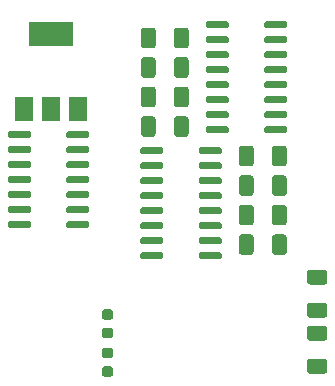
<source format=gbr>
%TF.GenerationSoftware,KiCad,Pcbnew,5.1.6*%
%TF.CreationDate,2020-06-28T23:45:08-05:00*%
%TF.ProjectId,watchKiCad,77617463-684b-4694-9361-642e6b696361,0*%
%TF.SameCoordinates,Original*%
%TF.FileFunction,Paste,Top*%
%TF.FilePolarity,Positive*%
%FSLAX46Y46*%
G04 Gerber Fmt 4.6, Leading zero omitted, Abs format (unit mm)*
G04 Created by KiCad (PCBNEW 5.1.6) date 2020-06-28 23:45:08*
%MOMM*%
%LPD*%
G01*
G04 APERTURE LIST*
%ADD10R,3.800000X2.000000*%
%ADD11R,1.500000X2.000000*%
G04 APERTURE END LIST*
%TO.C,U2*%
G36*
G01*
X128025000Y-102540000D02*
X128025000Y-102240000D01*
G75*
G02*
X128175000Y-102090000I150000J0D01*
G01*
X129825000Y-102090000D01*
G75*
G02*
X129975000Y-102240000I0J-150000D01*
G01*
X129975000Y-102540000D01*
G75*
G02*
X129825000Y-102690000I-150000J0D01*
G01*
X128175000Y-102690000D01*
G75*
G02*
X128025000Y-102540000I0J150000D01*
G01*
G37*
G36*
G01*
X128025000Y-103810000D02*
X128025000Y-103510000D01*
G75*
G02*
X128175000Y-103360000I150000J0D01*
G01*
X129825000Y-103360000D01*
G75*
G02*
X129975000Y-103510000I0J-150000D01*
G01*
X129975000Y-103810000D01*
G75*
G02*
X129825000Y-103960000I-150000J0D01*
G01*
X128175000Y-103960000D01*
G75*
G02*
X128025000Y-103810000I0J150000D01*
G01*
G37*
G36*
G01*
X128025000Y-105080000D02*
X128025000Y-104780000D01*
G75*
G02*
X128175000Y-104630000I150000J0D01*
G01*
X129825000Y-104630000D01*
G75*
G02*
X129975000Y-104780000I0J-150000D01*
G01*
X129975000Y-105080000D01*
G75*
G02*
X129825000Y-105230000I-150000J0D01*
G01*
X128175000Y-105230000D01*
G75*
G02*
X128025000Y-105080000I0J150000D01*
G01*
G37*
G36*
G01*
X128025000Y-106350000D02*
X128025000Y-106050000D01*
G75*
G02*
X128175000Y-105900000I150000J0D01*
G01*
X129825000Y-105900000D01*
G75*
G02*
X129975000Y-106050000I0J-150000D01*
G01*
X129975000Y-106350000D01*
G75*
G02*
X129825000Y-106500000I-150000J0D01*
G01*
X128175000Y-106500000D01*
G75*
G02*
X128025000Y-106350000I0J150000D01*
G01*
G37*
G36*
G01*
X128025000Y-107620000D02*
X128025000Y-107320000D01*
G75*
G02*
X128175000Y-107170000I150000J0D01*
G01*
X129825000Y-107170000D01*
G75*
G02*
X129975000Y-107320000I0J-150000D01*
G01*
X129975000Y-107620000D01*
G75*
G02*
X129825000Y-107770000I-150000J0D01*
G01*
X128175000Y-107770000D01*
G75*
G02*
X128025000Y-107620000I0J150000D01*
G01*
G37*
G36*
G01*
X128025000Y-108890000D02*
X128025000Y-108590000D01*
G75*
G02*
X128175000Y-108440000I150000J0D01*
G01*
X129825000Y-108440000D01*
G75*
G02*
X129975000Y-108590000I0J-150000D01*
G01*
X129975000Y-108890000D01*
G75*
G02*
X129825000Y-109040000I-150000J0D01*
G01*
X128175000Y-109040000D01*
G75*
G02*
X128025000Y-108890000I0J150000D01*
G01*
G37*
G36*
G01*
X128025000Y-110160000D02*
X128025000Y-109860000D01*
G75*
G02*
X128175000Y-109710000I150000J0D01*
G01*
X129825000Y-109710000D01*
G75*
G02*
X129975000Y-109860000I0J-150000D01*
G01*
X129975000Y-110160000D01*
G75*
G02*
X129825000Y-110310000I-150000J0D01*
G01*
X128175000Y-110310000D01*
G75*
G02*
X128025000Y-110160000I0J150000D01*
G01*
G37*
G36*
G01*
X132975000Y-110160000D02*
X132975000Y-109860000D01*
G75*
G02*
X133125000Y-109710000I150000J0D01*
G01*
X134775000Y-109710000D01*
G75*
G02*
X134925000Y-109860000I0J-150000D01*
G01*
X134925000Y-110160000D01*
G75*
G02*
X134775000Y-110310000I-150000J0D01*
G01*
X133125000Y-110310000D01*
G75*
G02*
X132975000Y-110160000I0J150000D01*
G01*
G37*
G36*
G01*
X132975000Y-108890000D02*
X132975000Y-108590000D01*
G75*
G02*
X133125000Y-108440000I150000J0D01*
G01*
X134775000Y-108440000D01*
G75*
G02*
X134925000Y-108590000I0J-150000D01*
G01*
X134925000Y-108890000D01*
G75*
G02*
X134775000Y-109040000I-150000J0D01*
G01*
X133125000Y-109040000D01*
G75*
G02*
X132975000Y-108890000I0J150000D01*
G01*
G37*
G36*
G01*
X132975000Y-107620000D02*
X132975000Y-107320000D01*
G75*
G02*
X133125000Y-107170000I150000J0D01*
G01*
X134775000Y-107170000D01*
G75*
G02*
X134925000Y-107320000I0J-150000D01*
G01*
X134925000Y-107620000D01*
G75*
G02*
X134775000Y-107770000I-150000J0D01*
G01*
X133125000Y-107770000D01*
G75*
G02*
X132975000Y-107620000I0J150000D01*
G01*
G37*
G36*
G01*
X132975000Y-106350000D02*
X132975000Y-106050000D01*
G75*
G02*
X133125000Y-105900000I150000J0D01*
G01*
X134775000Y-105900000D01*
G75*
G02*
X134925000Y-106050000I0J-150000D01*
G01*
X134925000Y-106350000D01*
G75*
G02*
X134775000Y-106500000I-150000J0D01*
G01*
X133125000Y-106500000D01*
G75*
G02*
X132975000Y-106350000I0J150000D01*
G01*
G37*
G36*
G01*
X132975000Y-105080000D02*
X132975000Y-104780000D01*
G75*
G02*
X133125000Y-104630000I150000J0D01*
G01*
X134775000Y-104630000D01*
G75*
G02*
X134925000Y-104780000I0J-150000D01*
G01*
X134925000Y-105080000D01*
G75*
G02*
X134775000Y-105230000I-150000J0D01*
G01*
X133125000Y-105230000D01*
G75*
G02*
X132975000Y-105080000I0J150000D01*
G01*
G37*
G36*
G01*
X132975000Y-103810000D02*
X132975000Y-103510000D01*
G75*
G02*
X133125000Y-103360000I150000J0D01*
G01*
X134775000Y-103360000D01*
G75*
G02*
X134925000Y-103510000I0J-150000D01*
G01*
X134925000Y-103810000D01*
G75*
G02*
X134775000Y-103960000I-150000J0D01*
G01*
X133125000Y-103960000D01*
G75*
G02*
X132975000Y-103810000I0J150000D01*
G01*
G37*
G36*
G01*
X132975000Y-102540000D02*
X132975000Y-102240000D01*
G75*
G02*
X133125000Y-102090000I150000J0D01*
G01*
X134775000Y-102090000D01*
G75*
G02*
X134925000Y-102240000I0J-150000D01*
G01*
X134925000Y-102540000D01*
G75*
G02*
X134775000Y-102690000I-150000J0D01*
G01*
X133125000Y-102690000D01*
G75*
G02*
X132975000Y-102540000I0J150000D01*
G01*
G37*
%TD*%
%TO.C,C1*%
G36*
G01*
X136706250Y-122887500D02*
X136193750Y-122887500D01*
G75*
G02*
X135975000Y-122668750I0J218750D01*
G01*
X135975000Y-122231250D01*
G75*
G02*
X136193750Y-122012500I218750J0D01*
G01*
X136706250Y-122012500D01*
G75*
G02*
X136925000Y-122231250I0J-218750D01*
G01*
X136925000Y-122668750D01*
G75*
G02*
X136706250Y-122887500I-218750J0D01*
G01*
G37*
G36*
G01*
X136706250Y-121312500D02*
X136193750Y-121312500D01*
G75*
G02*
X135975000Y-121093750I0J218750D01*
G01*
X135975000Y-120656250D01*
G75*
G02*
X136193750Y-120437500I218750J0D01*
G01*
X136706250Y-120437500D01*
G75*
G02*
X136925000Y-120656250I0J-218750D01*
G01*
X136925000Y-121093750D01*
G75*
G02*
X136706250Y-121312500I-218750J0D01*
G01*
G37*
%TD*%
%TO.C,C2*%
G36*
G01*
X136193750Y-118762500D02*
X136706250Y-118762500D01*
G75*
G02*
X136925000Y-118981250I0J-218750D01*
G01*
X136925000Y-119418750D01*
G75*
G02*
X136706250Y-119637500I-218750J0D01*
G01*
X136193750Y-119637500D01*
G75*
G02*
X135975000Y-119418750I0J218750D01*
G01*
X135975000Y-118981250D01*
G75*
G02*
X136193750Y-118762500I218750J0D01*
G01*
G37*
G36*
G01*
X136193750Y-117187500D02*
X136706250Y-117187500D01*
G75*
G02*
X136925000Y-117406250I0J-218750D01*
G01*
X136925000Y-117843750D01*
G75*
G02*
X136706250Y-118062500I-218750J0D01*
G01*
X136193750Y-118062500D01*
G75*
G02*
X135975000Y-117843750I0J218750D01*
G01*
X135975000Y-117406250D01*
G75*
G02*
X136193750Y-117187500I218750J0D01*
G01*
G37*
%TD*%
%TO.C,R1*%
G36*
G01*
X154825000Y-122625000D02*
X153575000Y-122625000D01*
G75*
G02*
X153325000Y-122375000I0J250000D01*
G01*
X153325000Y-121625000D01*
G75*
G02*
X153575000Y-121375000I250000J0D01*
G01*
X154825000Y-121375000D01*
G75*
G02*
X155075000Y-121625000I0J-250000D01*
G01*
X155075000Y-122375000D01*
G75*
G02*
X154825000Y-122625000I-250000J0D01*
G01*
G37*
G36*
G01*
X154825000Y-119825000D02*
X153575000Y-119825000D01*
G75*
G02*
X153325000Y-119575000I0J250000D01*
G01*
X153325000Y-118825000D01*
G75*
G02*
X153575000Y-118575000I250000J0D01*
G01*
X154825000Y-118575000D01*
G75*
G02*
X155075000Y-118825000I0J-250000D01*
G01*
X155075000Y-119575000D01*
G75*
G02*
X154825000Y-119825000I-250000J0D01*
G01*
G37*
%TD*%
%TO.C,R2*%
G36*
G01*
X153575000Y-116625000D02*
X154825000Y-116625000D01*
G75*
G02*
X155075000Y-116875000I0J-250000D01*
G01*
X155075000Y-117625000D01*
G75*
G02*
X154825000Y-117875000I-250000J0D01*
G01*
X153575000Y-117875000D01*
G75*
G02*
X153325000Y-117625000I0J250000D01*
G01*
X153325000Y-116875000D01*
G75*
G02*
X153575000Y-116625000I250000J0D01*
G01*
G37*
G36*
G01*
X153575000Y-113825000D02*
X154825000Y-113825000D01*
G75*
G02*
X155075000Y-114075000I0J-250000D01*
G01*
X155075000Y-114825000D01*
G75*
G02*
X154825000Y-115075000I-250000J0D01*
G01*
X153575000Y-115075000D01*
G75*
G02*
X153325000Y-114825000I0J250000D01*
G01*
X153325000Y-114075000D01*
G75*
G02*
X153575000Y-113825000I250000J0D01*
G01*
G37*
%TD*%
%TO.C,R3*%
G36*
G01*
X142075000Y-94825000D02*
X142075000Y-93575000D01*
G75*
G02*
X142325000Y-93325000I250000J0D01*
G01*
X143075000Y-93325000D01*
G75*
G02*
X143325000Y-93575000I0J-250000D01*
G01*
X143325000Y-94825000D01*
G75*
G02*
X143075000Y-95075000I-250000J0D01*
G01*
X142325000Y-95075000D01*
G75*
G02*
X142075000Y-94825000I0J250000D01*
G01*
G37*
G36*
G01*
X139275000Y-94825000D02*
X139275000Y-93575000D01*
G75*
G02*
X139525000Y-93325000I250000J0D01*
G01*
X140275000Y-93325000D01*
G75*
G02*
X140525000Y-93575000I0J-250000D01*
G01*
X140525000Y-94825000D01*
G75*
G02*
X140275000Y-95075000I-250000J0D01*
G01*
X139525000Y-95075000D01*
G75*
G02*
X139275000Y-94825000I0J250000D01*
G01*
G37*
%TD*%
%TO.C,R4*%
G36*
G01*
X139275000Y-97325000D02*
X139275000Y-96075000D01*
G75*
G02*
X139525000Y-95825000I250000J0D01*
G01*
X140275000Y-95825000D01*
G75*
G02*
X140525000Y-96075000I0J-250000D01*
G01*
X140525000Y-97325000D01*
G75*
G02*
X140275000Y-97575000I-250000J0D01*
G01*
X139525000Y-97575000D01*
G75*
G02*
X139275000Y-97325000I0J250000D01*
G01*
G37*
G36*
G01*
X142075000Y-97325000D02*
X142075000Y-96075000D01*
G75*
G02*
X142325000Y-95825000I250000J0D01*
G01*
X143075000Y-95825000D01*
G75*
G02*
X143325000Y-96075000I0J-250000D01*
G01*
X143325000Y-97325000D01*
G75*
G02*
X143075000Y-97575000I-250000J0D01*
G01*
X142325000Y-97575000D01*
G75*
G02*
X142075000Y-97325000I0J250000D01*
G01*
G37*
%TD*%
%TO.C,R5*%
G36*
G01*
X143325000Y-98575000D02*
X143325000Y-99825000D01*
G75*
G02*
X143075000Y-100075000I-250000J0D01*
G01*
X142325000Y-100075000D01*
G75*
G02*
X142075000Y-99825000I0J250000D01*
G01*
X142075000Y-98575000D01*
G75*
G02*
X142325000Y-98325000I250000J0D01*
G01*
X143075000Y-98325000D01*
G75*
G02*
X143325000Y-98575000I0J-250000D01*
G01*
G37*
G36*
G01*
X140525000Y-98575000D02*
X140525000Y-99825000D01*
G75*
G02*
X140275000Y-100075000I-250000J0D01*
G01*
X139525000Y-100075000D01*
G75*
G02*
X139275000Y-99825000I0J250000D01*
G01*
X139275000Y-98575000D01*
G75*
G02*
X139525000Y-98325000I250000J0D01*
G01*
X140275000Y-98325000D01*
G75*
G02*
X140525000Y-98575000I0J-250000D01*
G01*
G37*
%TD*%
%TO.C,R6*%
G36*
G01*
X140525000Y-101075000D02*
X140525000Y-102325000D01*
G75*
G02*
X140275000Y-102575000I-250000J0D01*
G01*
X139525000Y-102575000D01*
G75*
G02*
X139275000Y-102325000I0J250000D01*
G01*
X139275000Y-101075000D01*
G75*
G02*
X139525000Y-100825000I250000J0D01*
G01*
X140275000Y-100825000D01*
G75*
G02*
X140525000Y-101075000I0J-250000D01*
G01*
G37*
G36*
G01*
X143325000Y-101075000D02*
X143325000Y-102325000D01*
G75*
G02*
X143075000Y-102575000I-250000J0D01*
G01*
X142325000Y-102575000D01*
G75*
G02*
X142075000Y-102325000I0J250000D01*
G01*
X142075000Y-101075000D01*
G75*
G02*
X142325000Y-100825000I250000J0D01*
G01*
X143075000Y-100825000D01*
G75*
G02*
X143325000Y-101075000I0J-250000D01*
G01*
G37*
%TD*%
%TO.C,R7*%
G36*
G01*
X151625000Y-103575000D02*
X151625000Y-104825000D01*
G75*
G02*
X151375000Y-105075000I-250000J0D01*
G01*
X150625000Y-105075000D01*
G75*
G02*
X150375000Y-104825000I0J250000D01*
G01*
X150375000Y-103575000D01*
G75*
G02*
X150625000Y-103325000I250000J0D01*
G01*
X151375000Y-103325000D01*
G75*
G02*
X151625000Y-103575000I0J-250000D01*
G01*
G37*
G36*
G01*
X148825000Y-103575000D02*
X148825000Y-104825000D01*
G75*
G02*
X148575000Y-105075000I-250000J0D01*
G01*
X147825000Y-105075000D01*
G75*
G02*
X147575000Y-104825000I0J250000D01*
G01*
X147575000Y-103575000D01*
G75*
G02*
X147825000Y-103325000I250000J0D01*
G01*
X148575000Y-103325000D01*
G75*
G02*
X148825000Y-103575000I0J-250000D01*
G01*
G37*
%TD*%
%TO.C,R8*%
G36*
G01*
X151625000Y-106075000D02*
X151625000Y-107325000D01*
G75*
G02*
X151375000Y-107575000I-250000J0D01*
G01*
X150625000Y-107575000D01*
G75*
G02*
X150375000Y-107325000I0J250000D01*
G01*
X150375000Y-106075000D01*
G75*
G02*
X150625000Y-105825000I250000J0D01*
G01*
X151375000Y-105825000D01*
G75*
G02*
X151625000Y-106075000I0J-250000D01*
G01*
G37*
G36*
G01*
X148825000Y-106075000D02*
X148825000Y-107325000D01*
G75*
G02*
X148575000Y-107575000I-250000J0D01*
G01*
X147825000Y-107575000D01*
G75*
G02*
X147575000Y-107325000I0J250000D01*
G01*
X147575000Y-106075000D01*
G75*
G02*
X147825000Y-105825000I250000J0D01*
G01*
X148575000Y-105825000D01*
G75*
G02*
X148825000Y-106075000I0J-250000D01*
G01*
G37*
%TD*%
%TO.C,R9*%
G36*
G01*
X148825000Y-108575000D02*
X148825000Y-109825000D01*
G75*
G02*
X148575000Y-110075000I-250000J0D01*
G01*
X147825000Y-110075000D01*
G75*
G02*
X147575000Y-109825000I0J250000D01*
G01*
X147575000Y-108575000D01*
G75*
G02*
X147825000Y-108325000I250000J0D01*
G01*
X148575000Y-108325000D01*
G75*
G02*
X148825000Y-108575000I0J-250000D01*
G01*
G37*
G36*
G01*
X151625000Y-108575000D02*
X151625000Y-109825000D01*
G75*
G02*
X151375000Y-110075000I-250000J0D01*
G01*
X150625000Y-110075000D01*
G75*
G02*
X150375000Y-109825000I0J250000D01*
G01*
X150375000Y-108575000D01*
G75*
G02*
X150625000Y-108325000I250000J0D01*
G01*
X151375000Y-108325000D01*
G75*
G02*
X151625000Y-108575000I0J-250000D01*
G01*
G37*
%TD*%
%TO.C,R10*%
G36*
G01*
X148825000Y-111075000D02*
X148825000Y-112325000D01*
G75*
G02*
X148575000Y-112575000I-250000J0D01*
G01*
X147825000Y-112575000D01*
G75*
G02*
X147575000Y-112325000I0J250000D01*
G01*
X147575000Y-111075000D01*
G75*
G02*
X147825000Y-110825000I250000J0D01*
G01*
X148575000Y-110825000D01*
G75*
G02*
X148825000Y-111075000I0J-250000D01*
G01*
G37*
G36*
G01*
X151625000Y-111075000D02*
X151625000Y-112325000D01*
G75*
G02*
X151375000Y-112575000I-250000J0D01*
G01*
X150625000Y-112575000D01*
G75*
G02*
X150375000Y-112325000I0J250000D01*
G01*
X150375000Y-111075000D01*
G75*
G02*
X150625000Y-110825000I250000J0D01*
G01*
X151375000Y-110825000D01*
G75*
G02*
X151625000Y-111075000I0J-250000D01*
G01*
G37*
%TD*%
D10*
%TO.C,U1*%
X131650000Y-93900000D03*
D11*
X131650000Y-100200000D03*
X133950000Y-100200000D03*
X129350000Y-100200000D03*
%TD*%
%TO.C,U3*%
G36*
G01*
X139225000Y-103905000D02*
X139225000Y-103605000D01*
G75*
G02*
X139375000Y-103455000I150000J0D01*
G01*
X141025000Y-103455000D01*
G75*
G02*
X141175000Y-103605000I0J-150000D01*
G01*
X141175000Y-103905000D01*
G75*
G02*
X141025000Y-104055000I-150000J0D01*
G01*
X139375000Y-104055000D01*
G75*
G02*
X139225000Y-103905000I0J150000D01*
G01*
G37*
G36*
G01*
X139225000Y-105175000D02*
X139225000Y-104875000D01*
G75*
G02*
X139375000Y-104725000I150000J0D01*
G01*
X141025000Y-104725000D01*
G75*
G02*
X141175000Y-104875000I0J-150000D01*
G01*
X141175000Y-105175000D01*
G75*
G02*
X141025000Y-105325000I-150000J0D01*
G01*
X139375000Y-105325000D01*
G75*
G02*
X139225000Y-105175000I0J150000D01*
G01*
G37*
G36*
G01*
X139225000Y-106445000D02*
X139225000Y-106145000D01*
G75*
G02*
X139375000Y-105995000I150000J0D01*
G01*
X141025000Y-105995000D01*
G75*
G02*
X141175000Y-106145000I0J-150000D01*
G01*
X141175000Y-106445000D01*
G75*
G02*
X141025000Y-106595000I-150000J0D01*
G01*
X139375000Y-106595000D01*
G75*
G02*
X139225000Y-106445000I0J150000D01*
G01*
G37*
G36*
G01*
X139225000Y-107715000D02*
X139225000Y-107415000D01*
G75*
G02*
X139375000Y-107265000I150000J0D01*
G01*
X141025000Y-107265000D01*
G75*
G02*
X141175000Y-107415000I0J-150000D01*
G01*
X141175000Y-107715000D01*
G75*
G02*
X141025000Y-107865000I-150000J0D01*
G01*
X139375000Y-107865000D01*
G75*
G02*
X139225000Y-107715000I0J150000D01*
G01*
G37*
G36*
G01*
X139225000Y-108985000D02*
X139225000Y-108685000D01*
G75*
G02*
X139375000Y-108535000I150000J0D01*
G01*
X141025000Y-108535000D01*
G75*
G02*
X141175000Y-108685000I0J-150000D01*
G01*
X141175000Y-108985000D01*
G75*
G02*
X141025000Y-109135000I-150000J0D01*
G01*
X139375000Y-109135000D01*
G75*
G02*
X139225000Y-108985000I0J150000D01*
G01*
G37*
G36*
G01*
X139225000Y-110255000D02*
X139225000Y-109955000D01*
G75*
G02*
X139375000Y-109805000I150000J0D01*
G01*
X141025000Y-109805000D01*
G75*
G02*
X141175000Y-109955000I0J-150000D01*
G01*
X141175000Y-110255000D01*
G75*
G02*
X141025000Y-110405000I-150000J0D01*
G01*
X139375000Y-110405000D01*
G75*
G02*
X139225000Y-110255000I0J150000D01*
G01*
G37*
G36*
G01*
X139225000Y-111525000D02*
X139225000Y-111225000D01*
G75*
G02*
X139375000Y-111075000I150000J0D01*
G01*
X141025000Y-111075000D01*
G75*
G02*
X141175000Y-111225000I0J-150000D01*
G01*
X141175000Y-111525000D01*
G75*
G02*
X141025000Y-111675000I-150000J0D01*
G01*
X139375000Y-111675000D01*
G75*
G02*
X139225000Y-111525000I0J150000D01*
G01*
G37*
G36*
G01*
X139225000Y-112795000D02*
X139225000Y-112495000D01*
G75*
G02*
X139375000Y-112345000I150000J0D01*
G01*
X141025000Y-112345000D01*
G75*
G02*
X141175000Y-112495000I0J-150000D01*
G01*
X141175000Y-112795000D01*
G75*
G02*
X141025000Y-112945000I-150000J0D01*
G01*
X139375000Y-112945000D01*
G75*
G02*
X139225000Y-112795000I0J150000D01*
G01*
G37*
G36*
G01*
X144175000Y-112795000D02*
X144175000Y-112495000D01*
G75*
G02*
X144325000Y-112345000I150000J0D01*
G01*
X145975000Y-112345000D01*
G75*
G02*
X146125000Y-112495000I0J-150000D01*
G01*
X146125000Y-112795000D01*
G75*
G02*
X145975000Y-112945000I-150000J0D01*
G01*
X144325000Y-112945000D01*
G75*
G02*
X144175000Y-112795000I0J150000D01*
G01*
G37*
G36*
G01*
X144175000Y-111525000D02*
X144175000Y-111225000D01*
G75*
G02*
X144325000Y-111075000I150000J0D01*
G01*
X145975000Y-111075000D01*
G75*
G02*
X146125000Y-111225000I0J-150000D01*
G01*
X146125000Y-111525000D01*
G75*
G02*
X145975000Y-111675000I-150000J0D01*
G01*
X144325000Y-111675000D01*
G75*
G02*
X144175000Y-111525000I0J150000D01*
G01*
G37*
G36*
G01*
X144175000Y-110255000D02*
X144175000Y-109955000D01*
G75*
G02*
X144325000Y-109805000I150000J0D01*
G01*
X145975000Y-109805000D01*
G75*
G02*
X146125000Y-109955000I0J-150000D01*
G01*
X146125000Y-110255000D01*
G75*
G02*
X145975000Y-110405000I-150000J0D01*
G01*
X144325000Y-110405000D01*
G75*
G02*
X144175000Y-110255000I0J150000D01*
G01*
G37*
G36*
G01*
X144175000Y-108985000D02*
X144175000Y-108685000D01*
G75*
G02*
X144325000Y-108535000I150000J0D01*
G01*
X145975000Y-108535000D01*
G75*
G02*
X146125000Y-108685000I0J-150000D01*
G01*
X146125000Y-108985000D01*
G75*
G02*
X145975000Y-109135000I-150000J0D01*
G01*
X144325000Y-109135000D01*
G75*
G02*
X144175000Y-108985000I0J150000D01*
G01*
G37*
G36*
G01*
X144175000Y-107715000D02*
X144175000Y-107415000D01*
G75*
G02*
X144325000Y-107265000I150000J0D01*
G01*
X145975000Y-107265000D01*
G75*
G02*
X146125000Y-107415000I0J-150000D01*
G01*
X146125000Y-107715000D01*
G75*
G02*
X145975000Y-107865000I-150000J0D01*
G01*
X144325000Y-107865000D01*
G75*
G02*
X144175000Y-107715000I0J150000D01*
G01*
G37*
G36*
G01*
X144175000Y-106445000D02*
X144175000Y-106145000D01*
G75*
G02*
X144325000Y-105995000I150000J0D01*
G01*
X145975000Y-105995000D01*
G75*
G02*
X146125000Y-106145000I0J-150000D01*
G01*
X146125000Y-106445000D01*
G75*
G02*
X145975000Y-106595000I-150000J0D01*
G01*
X144325000Y-106595000D01*
G75*
G02*
X144175000Y-106445000I0J150000D01*
G01*
G37*
G36*
G01*
X144175000Y-105175000D02*
X144175000Y-104875000D01*
G75*
G02*
X144325000Y-104725000I150000J0D01*
G01*
X145975000Y-104725000D01*
G75*
G02*
X146125000Y-104875000I0J-150000D01*
G01*
X146125000Y-105175000D01*
G75*
G02*
X145975000Y-105325000I-150000J0D01*
G01*
X144325000Y-105325000D01*
G75*
G02*
X144175000Y-105175000I0J150000D01*
G01*
G37*
G36*
G01*
X144175000Y-103905000D02*
X144175000Y-103605000D01*
G75*
G02*
X144325000Y-103455000I150000J0D01*
G01*
X145975000Y-103455000D01*
G75*
G02*
X146125000Y-103605000I0J-150000D01*
G01*
X146125000Y-103905000D01*
G75*
G02*
X145975000Y-104055000I-150000J0D01*
G01*
X144325000Y-104055000D01*
G75*
G02*
X144175000Y-103905000I0J150000D01*
G01*
G37*
%TD*%
%TO.C,U4*%
G36*
G01*
X146725000Y-101820000D02*
X146725000Y-102120000D01*
G75*
G02*
X146575000Y-102270000I-150000J0D01*
G01*
X144925000Y-102270000D01*
G75*
G02*
X144775000Y-102120000I0J150000D01*
G01*
X144775000Y-101820000D01*
G75*
G02*
X144925000Y-101670000I150000J0D01*
G01*
X146575000Y-101670000D01*
G75*
G02*
X146725000Y-101820000I0J-150000D01*
G01*
G37*
G36*
G01*
X146725000Y-100550000D02*
X146725000Y-100850000D01*
G75*
G02*
X146575000Y-101000000I-150000J0D01*
G01*
X144925000Y-101000000D01*
G75*
G02*
X144775000Y-100850000I0J150000D01*
G01*
X144775000Y-100550000D01*
G75*
G02*
X144925000Y-100400000I150000J0D01*
G01*
X146575000Y-100400000D01*
G75*
G02*
X146725000Y-100550000I0J-150000D01*
G01*
G37*
G36*
G01*
X146725000Y-99280000D02*
X146725000Y-99580000D01*
G75*
G02*
X146575000Y-99730000I-150000J0D01*
G01*
X144925000Y-99730000D01*
G75*
G02*
X144775000Y-99580000I0J150000D01*
G01*
X144775000Y-99280000D01*
G75*
G02*
X144925000Y-99130000I150000J0D01*
G01*
X146575000Y-99130000D01*
G75*
G02*
X146725000Y-99280000I0J-150000D01*
G01*
G37*
G36*
G01*
X146725000Y-98010000D02*
X146725000Y-98310000D01*
G75*
G02*
X146575000Y-98460000I-150000J0D01*
G01*
X144925000Y-98460000D01*
G75*
G02*
X144775000Y-98310000I0J150000D01*
G01*
X144775000Y-98010000D01*
G75*
G02*
X144925000Y-97860000I150000J0D01*
G01*
X146575000Y-97860000D01*
G75*
G02*
X146725000Y-98010000I0J-150000D01*
G01*
G37*
G36*
G01*
X146725000Y-96740000D02*
X146725000Y-97040000D01*
G75*
G02*
X146575000Y-97190000I-150000J0D01*
G01*
X144925000Y-97190000D01*
G75*
G02*
X144775000Y-97040000I0J150000D01*
G01*
X144775000Y-96740000D01*
G75*
G02*
X144925000Y-96590000I150000J0D01*
G01*
X146575000Y-96590000D01*
G75*
G02*
X146725000Y-96740000I0J-150000D01*
G01*
G37*
G36*
G01*
X146725000Y-95470000D02*
X146725000Y-95770000D01*
G75*
G02*
X146575000Y-95920000I-150000J0D01*
G01*
X144925000Y-95920000D01*
G75*
G02*
X144775000Y-95770000I0J150000D01*
G01*
X144775000Y-95470000D01*
G75*
G02*
X144925000Y-95320000I150000J0D01*
G01*
X146575000Y-95320000D01*
G75*
G02*
X146725000Y-95470000I0J-150000D01*
G01*
G37*
G36*
G01*
X146725000Y-94200000D02*
X146725000Y-94500000D01*
G75*
G02*
X146575000Y-94650000I-150000J0D01*
G01*
X144925000Y-94650000D01*
G75*
G02*
X144775000Y-94500000I0J150000D01*
G01*
X144775000Y-94200000D01*
G75*
G02*
X144925000Y-94050000I150000J0D01*
G01*
X146575000Y-94050000D01*
G75*
G02*
X146725000Y-94200000I0J-150000D01*
G01*
G37*
G36*
G01*
X146725000Y-92930000D02*
X146725000Y-93230000D01*
G75*
G02*
X146575000Y-93380000I-150000J0D01*
G01*
X144925000Y-93380000D01*
G75*
G02*
X144775000Y-93230000I0J150000D01*
G01*
X144775000Y-92930000D01*
G75*
G02*
X144925000Y-92780000I150000J0D01*
G01*
X146575000Y-92780000D01*
G75*
G02*
X146725000Y-92930000I0J-150000D01*
G01*
G37*
G36*
G01*
X151675000Y-92930000D02*
X151675000Y-93230000D01*
G75*
G02*
X151525000Y-93380000I-150000J0D01*
G01*
X149875000Y-93380000D01*
G75*
G02*
X149725000Y-93230000I0J150000D01*
G01*
X149725000Y-92930000D01*
G75*
G02*
X149875000Y-92780000I150000J0D01*
G01*
X151525000Y-92780000D01*
G75*
G02*
X151675000Y-92930000I0J-150000D01*
G01*
G37*
G36*
G01*
X151675000Y-94200000D02*
X151675000Y-94500000D01*
G75*
G02*
X151525000Y-94650000I-150000J0D01*
G01*
X149875000Y-94650000D01*
G75*
G02*
X149725000Y-94500000I0J150000D01*
G01*
X149725000Y-94200000D01*
G75*
G02*
X149875000Y-94050000I150000J0D01*
G01*
X151525000Y-94050000D01*
G75*
G02*
X151675000Y-94200000I0J-150000D01*
G01*
G37*
G36*
G01*
X151675000Y-95470000D02*
X151675000Y-95770000D01*
G75*
G02*
X151525000Y-95920000I-150000J0D01*
G01*
X149875000Y-95920000D01*
G75*
G02*
X149725000Y-95770000I0J150000D01*
G01*
X149725000Y-95470000D01*
G75*
G02*
X149875000Y-95320000I150000J0D01*
G01*
X151525000Y-95320000D01*
G75*
G02*
X151675000Y-95470000I0J-150000D01*
G01*
G37*
G36*
G01*
X151675000Y-96740000D02*
X151675000Y-97040000D01*
G75*
G02*
X151525000Y-97190000I-150000J0D01*
G01*
X149875000Y-97190000D01*
G75*
G02*
X149725000Y-97040000I0J150000D01*
G01*
X149725000Y-96740000D01*
G75*
G02*
X149875000Y-96590000I150000J0D01*
G01*
X151525000Y-96590000D01*
G75*
G02*
X151675000Y-96740000I0J-150000D01*
G01*
G37*
G36*
G01*
X151675000Y-98010000D02*
X151675000Y-98310000D01*
G75*
G02*
X151525000Y-98460000I-150000J0D01*
G01*
X149875000Y-98460000D01*
G75*
G02*
X149725000Y-98310000I0J150000D01*
G01*
X149725000Y-98010000D01*
G75*
G02*
X149875000Y-97860000I150000J0D01*
G01*
X151525000Y-97860000D01*
G75*
G02*
X151675000Y-98010000I0J-150000D01*
G01*
G37*
G36*
G01*
X151675000Y-99280000D02*
X151675000Y-99580000D01*
G75*
G02*
X151525000Y-99730000I-150000J0D01*
G01*
X149875000Y-99730000D01*
G75*
G02*
X149725000Y-99580000I0J150000D01*
G01*
X149725000Y-99280000D01*
G75*
G02*
X149875000Y-99130000I150000J0D01*
G01*
X151525000Y-99130000D01*
G75*
G02*
X151675000Y-99280000I0J-150000D01*
G01*
G37*
G36*
G01*
X151675000Y-100550000D02*
X151675000Y-100850000D01*
G75*
G02*
X151525000Y-101000000I-150000J0D01*
G01*
X149875000Y-101000000D01*
G75*
G02*
X149725000Y-100850000I0J150000D01*
G01*
X149725000Y-100550000D01*
G75*
G02*
X149875000Y-100400000I150000J0D01*
G01*
X151525000Y-100400000D01*
G75*
G02*
X151675000Y-100550000I0J-150000D01*
G01*
G37*
G36*
G01*
X151675000Y-101820000D02*
X151675000Y-102120000D01*
G75*
G02*
X151525000Y-102270000I-150000J0D01*
G01*
X149875000Y-102270000D01*
G75*
G02*
X149725000Y-102120000I0J150000D01*
G01*
X149725000Y-101820000D01*
G75*
G02*
X149875000Y-101670000I150000J0D01*
G01*
X151525000Y-101670000D01*
G75*
G02*
X151675000Y-101820000I0J-150000D01*
G01*
G37*
%TD*%
M02*

</source>
